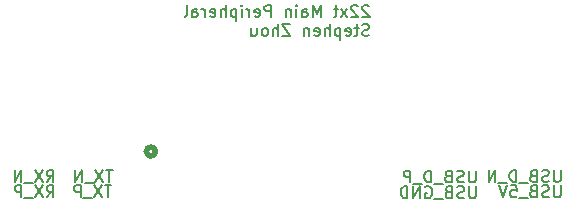
<source format=gbo>
G04 #@! TF.GenerationSoftware,KiCad,Pcbnew,9.0.4*
G04 #@! TF.CreationDate,2025-10-27T14:40:35-04:00*
G04 #@! TF.ProjectId,main_board_peripheral_v1,6d61696e-5f62-46f6-9172-645f70657269,rev?*
G04 #@! TF.SameCoordinates,Original*
G04 #@! TF.FileFunction,Legend,Bot*
G04 #@! TF.FilePolarity,Positive*
%FSLAX46Y46*%
G04 Gerber Fmt 4.6, Leading zero omitted, Abs format (unit mm)*
G04 Created by KiCad (PCBNEW 9.0.4) date 2025-10-27 14:40:35*
%MOMM*%
%LPD*%
G01*
G04 APERTURE LIST*
%ADD10C,0.150000*%
%ADD11C,0.508000*%
%ADD12C,1.397000*%
%ADD13R,1.300000X1.300000*%
%ADD14C,1.300000*%
%ADD15C,1.381000*%
G04 APERTURE END LIST*
D10*
X148488220Y-74444819D02*
X148488220Y-75254342D01*
X148488220Y-75254342D02*
X148440601Y-75349580D01*
X148440601Y-75349580D02*
X148392982Y-75397200D01*
X148392982Y-75397200D02*
X148297744Y-75444819D01*
X148297744Y-75444819D02*
X148107268Y-75444819D01*
X148107268Y-75444819D02*
X148012030Y-75397200D01*
X148012030Y-75397200D02*
X147964411Y-75349580D01*
X147964411Y-75349580D02*
X147916792Y-75254342D01*
X147916792Y-75254342D02*
X147916792Y-74444819D01*
X147488220Y-75397200D02*
X147345363Y-75444819D01*
X147345363Y-75444819D02*
X147107268Y-75444819D01*
X147107268Y-75444819D02*
X147012030Y-75397200D01*
X147012030Y-75397200D02*
X146964411Y-75349580D01*
X146964411Y-75349580D02*
X146916792Y-75254342D01*
X146916792Y-75254342D02*
X146916792Y-75159104D01*
X146916792Y-75159104D02*
X146964411Y-75063866D01*
X146964411Y-75063866D02*
X147012030Y-75016247D01*
X147012030Y-75016247D02*
X147107268Y-74968628D01*
X147107268Y-74968628D02*
X147297744Y-74921009D01*
X147297744Y-74921009D02*
X147392982Y-74873390D01*
X147392982Y-74873390D02*
X147440601Y-74825771D01*
X147440601Y-74825771D02*
X147488220Y-74730533D01*
X147488220Y-74730533D02*
X147488220Y-74635295D01*
X147488220Y-74635295D02*
X147440601Y-74540057D01*
X147440601Y-74540057D02*
X147392982Y-74492438D01*
X147392982Y-74492438D02*
X147297744Y-74444819D01*
X147297744Y-74444819D02*
X147059649Y-74444819D01*
X147059649Y-74444819D02*
X146916792Y-74492438D01*
X146154887Y-74921009D02*
X146012030Y-74968628D01*
X146012030Y-74968628D02*
X145964411Y-75016247D01*
X145964411Y-75016247D02*
X145916792Y-75111485D01*
X145916792Y-75111485D02*
X145916792Y-75254342D01*
X145916792Y-75254342D02*
X145964411Y-75349580D01*
X145964411Y-75349580D02*
X146012030Y-75397200D01*
X146012030Y-75397200D02*
X146107268Y-75444819D01*
X146107268Y-75444819D02*
X146488220Y-75444819D01*
X146488220Y-75444819D02*
X146488220Y-74444819D01*
X146488220Y-74444819D02*
X146154887Y-74444819D01*
X146154887Y-74444819D02*
X146059649Y-74492438D01*
X146059649Y-74492438D02*
X146012030Y-74540057D01*
X146012030Y-74540057D02*
X145964411Y-74635295D01*
X145964411Y-74635295D02*
X145964411Y-74730533D01*
X145964411Y-74730533D02*
X146012030Y-74825771D01*
X146012030Y-74825771D02*
X146059649Y-74873390D01*
X146059649Y-74873390D02*
X146154887Y-74921009D01*
X146154887Y-74921009D02*
X146488220Y-74921009D01*
X145726316Y-75540057D02*
X144964411Y-75540057D01*
X144202506Y-74492438D02*
X144297744Y-74444819D01*
X144297744Y-74444819D02*
X144440601Y-74444819D01*
X144440601Y-74444819D02*
X144583458Y-74492438D01*
X144583458Y-74492438D02*
X144678696Y-74587676D01*
X144678696Y-74587676D02*
X144726315Y-74682914D01*
X144726315Y-74682914D02*
X144773934Y-74873390D01*
X144773934Y-74873390D02*
X144773934Y-75016247D01*
X144773934Y-75016247D02*
X144726315Y-75206723D01*
X144726315Y-75206723D02*
X144678696Y-75301961D01*
X144678696Y-75301961D02*
X144583458Y-75397200D01*
X144583458Y-75397200D02*
X144440601Y-75444819D01*
X144440601Y-75444819D02*
X144345363Y-75444819D01*
X144345363Y-75444819D02*
X144202506Y-75397200D01*
X144202506Y-75397200D02*
X144154887Y-75349580D01*
X144154887Y-75349580D02*
X144154887Y-75016247D01*
X144154887Y-75016247D02*
X144345363Y-75016247D01*
X143726315Y-75444819D02*
X143726315Y-74444819D01*
X143726315Y-74444819D02*
X143154887Y-75444819D01*
X143154887Y-75444819D02*
X143154887Y-74444819D01*
X142678696Y-75444819D02*
X142678696Y-74444819D01*
X142678696Y-74444819D02*
X142440601Y-74444819D01*
X142440601Y-74444819D02*
X142297744Y-74492438D01*
X142297744Y-74492438D02*
X142202506Y-74587676D01*
X142202506Y-74587676D02*
X142154887Y-74682914D01*
X142154887Y-74682914D02*
X142107268Y-74873390D01*
X142107268Y-74873390D02*
X142107268Y-75016247D01*
X142107268Y-75016247D02*
X142154887Y-75206723D01*
X142154887Y-75206723D02*
X142202506Y-75301961D01*
X142202506Y-75301961D02*
X142297744Y-75397200D01*
X142297744Y-75397200D02*
X142440601Y-75444819D01*
X142440601Y-75444819D02*
X142678696Y-75444819D01*
X139435839Y-59205113D02*
X139388220Y-59157494D01*
X139388220Y-59157494D02*
X139292982Y-59109875D01*
X139292982Y-59109875D02*
X139054887Y-59109875D01*
X139054887Y-59109875D02*
X138959649Y-59157494D01*
X138959649Y-59157494D02*
X138912030Y-59205113D01*
X138912030Y-59205113D02*
X138864411Y-59300351D01*
X138864411Y-59300351D02*
X138864411Y-59395589D01*
X138864411Y-59395589D02*
X138912030Y-59538446D01*
X138912030Y-59538446D02*
X139483458Y-60109875D01*
X139483458Y-60109875D02*
X138864411Y-60109875D01*
X138483458Y-59205113D02*
X138435839Y-59157494D01*
X138435839Y-59157494D02*
X138340601Y-59109875D01*
X138340601Y-59109875D02*
X138102506Y-59109875D01*
X138102506Y-59109875D02*
X138007268Y-59157494D01*
X138007268Y-59157494D02*
X137959649Y-59205113D01*
X137959649Y-59205113D02*
X137912030Y-59300351D01*
X137912030Y-59300351D02*
X137912030Y-59395589D01*
X137912030Y-59395589D02*
X137959649Y-59538446D01*
X137959649Y-59538446D02*
X138531077Y-60109875D01*
X138531077Y-60109875D02*
X137912030Y-60109875D01*
X137578696Y-60109875D02*
X137054887Y-59443208D01*
X137578696Y-59443208D02*
X137054887Y-60109875D01*
X136816791Y-59443208D02*
X136435839Y-59443208D01*
X136673934Y-59109875D02*
X136673934Y-59967017D01*
X136673934Y-59967017D02*
X136626315Y-60062256D01*
X136626315Y-60062256D02*
X136531077Y-60109875D01*
X136531077Y-60109875D02*
X136435839Y-60109875D01*
X135340600Y-60109875D02*
X135340600Y-59109875D01*
X135340600Y-59109875D02*
X135007267Y-59824160D01*
X135007267Y-59824160D02*
X134673934Y-59109875D01*
X134673934Y-59109875D02*
X134673934Y-60109875D01*
X133769172Y-60109875D02*
X133769172Y-59586065D01*
X133769172Y-59586065D02*
X133816791Y-59490827D01*
X133816791Y-59490827D02*
X133912029Y-59443208D01*
X133912029Y-59443208D02*
X134102505Y-59443208D01*
X134102505Y-59443208D02*
X134197743Y-59490827D01*
X133769172Y-60062256D02*
X133864410Y-60109875D01*
X133864410Y-60109875D02*
X134102505Y-60109875D01*
X134102505Y-60109875D02*
X134197743Y-60062256D01*
X134197743Y-60062256D02*
X134245362Y-59967017D01*
X134245362Y-59967017D02*
X134245362Y-59871779D01*
X134245362Y-59871779D02*
X134197743Y-59776541D01*
X134197743Y-59776541D02*
X134102505Y-59728922D01*
X134102505Y-59728922D02*
X133864410Y-59728922D01*
X133864410Y-59728922D02*
X133769172Y-59681303D01*
X133292981Y-60109875D02*
X133292981Y-59443208D01*
X133292981Y-59109875D02*
X133340600Y-59157494D01*
X133340600Y-59157494D02*
X133292981Y-59205113D01*
X133292981Y-59205113D02*
X133245362Y-59157494D01*
X133245362Y-59157494D02*
X133292981Y-59109875D01*
X133292981Y-59109875D02*
X133292981Y-59205113D01*
X132816791Y-59443208D02*
X132816791Y-60109875D01*
X132816791Y-59538446D02*
X132769172Y-59490827D01*
X132769172Y-59490827D02*
X132673934Y-59443208D01*
X132673934Y-59443208D02*
X132531077Y-59443208D01*
X132531077Y-59443208D02*
X132435839Y-59490827D01*
X132435839Y-59490827D02*
X132388220Y-59586065D01*
X132388220Y-59586065D02*
X132388220Y-60109875D01*
X131150124Y-60109875D02*
X131150124Y-59109875D01*
X131150124Y-59109875D02*
X130769172Y-59109875D01*
X130769172Y-59109875D02*
X130673934Y-59157494D01*
X130673934Y-59157494D02*
X130626315Y-59205113D01*
X130626315Y-59205113D02*
X130578696Y-59300351D01*
X130578696Y-59300351D02*
X130578696Y-59443208D01*
X130578696Y-59443208D02*
X130626315Y-59538446D01*
X130626315Y-59538446D02*
X130673934Y-59586065D01*
X130673934Y-59586065D02*
X130769172Y-59633684D01*
X130769172Y-59633684D02*
X131150124Y-59633684D01*
X129769172Y-60062256D02*
X129864410Y-60109875D01*
X129864410Y-60109875D02*
X130054886Y-60109875D01*
X130054886Y-60109875D02*
X130150124Y-60062256D01*
X130150124Y-60062256D02*
X130197743Y-59967017D01*
X130197743Y-59967017D02*
X130197743Y-59586065D01*
X130197743Y-59586065D02*
X130150124Y-59490827D01*
X130150124Y-59490827D02*
X130054886Y-59443208D01*
X130054886Y-59443208D02*
X129864410Y-59443208D01*
X129864410Y-59443208D02*
X129769172Y-59490827D01*
X129769172Y-59490827D02*
X129721553Y-59586065D01*
X129721553Y-59586065D02*
X129721553Y-59681303D01*
X129721553Y-59681303D02*
X130197743Y-59776541D01*
X129292981Y-60109875D02*
X129292981Y-59443208D01*
X129292981Y-59633684D02*
X129245362Y-59538446D01*
X129245362Y-59538446D02*
X129197743Y-59490827D01*
X129197743Y-59490827D02*
X129102505Y-59443208D01*
X129102505Y-59443208D02*
X129007267Y-59443208D01*
X128673933Y-60109875D02*
X128673933Y-59443208D01*
X128673933Y-59109875D02*
X128721552Y-59157494D01*
X128721552Y-59157494D02*
X128673933Y-59205113D01*
X128673933Y-59205113D02*
X128626314Y-59157494D01*
X128626314Y-59157494D02*
X128673933Y-59109875D01*
X128673933Y-59109875D02*
X128673933Y-59205113D01*
X128197743Y-59443208D02*
X128197743Y-60443208D01*
X128197743Y-59490827D02*
X128102505Y-59443208D01*
X128102505Y-59443208D02*
X127912029Y-59443208D01*
X127912029Y-59443208D02*
X127816791Y-59490827D01*
X127816791Y-59490827D02*
X127769172Y-59538446D01*
X127769172Y-59538446D02*
X127721553Y-59633684D01*
X127721553Y-59633684D02*
X127721553Y-59919398D01*
X127721553Y-59919398D02*
X127769172Y-60014636D01*
X127769172Y-60014636D02*
X127816791Y-60062256D01*
X127816791Y-60062256D02*
X127912029Y-60109875D01*
X127912029Y-60109875D02*
X128102505Y-60109875D01*
X128102505Y-60109875D02*
X128197743Y-60062256D01*
X127292981Y-60109875D02*
X127292981Y-59109875D01*
X126864410Y-60109875D02*
X126864410Y-59586065D01*
X126864410Y-59586065D02*
X126912029Y-59490827D01*
X126912029Y-59490827D02*
X127007267Y-59443208D01*
X127007267Y-59443208D02*
X127150124Y-59443208D01*
X127150124Y-59443208D02*
X127245362Y-59490827D01*
X127245362Y-59490827D02*
X127292981Y-59538446D01*
X126007267Y-60062256D02*
X126102505Y-60109875D01*
X126102505Y-60109875D02*
X126292981Y-60109875D01*
X126292981Y-60109875D02*
X126388219Y-60062256D01*
X126388219Y-60062256D02*
X126435838Y-59967017D01*
X126435838Y-59967017D02*
X126435838Y-59586065D01*
X126435838Y-59586065D02*
X126388219Y-59490827D01*
X126388219Y-59490827D02*
X126292981Y-59443208D01*
X126292981Y-59443208D02*
X126102505Y-59443208D01*
X126102505Y-59443208D02*
X126007267Y-59490827D01*
X126007267Y-59490827D02*
X125959648Y-59586065D01*
X125959648Y-59586065D02*
X125959648Y-59681303D01*
X125959648Y-59681303D02*
X126435838Y-59776541D01*
X125531076Y-60109875D02*
X125531076Y-59443208D01*
X125531076Y-59633684D02*
X125483457Y-59538446D01*
X125483457Y-59538446D02*
X125435838Y-59490827D01*
X125435838Y-59490827D02*
X125340600Y-59443208D01*
X125340600Y-59443208D02*
X125245362Y-59443208D01*
X124483457Y-60109875D02*
X124483457Y-59586065D01*
X124483457Y-59586065D02*
X124531076Y-59490827D01*
X124531076Y-59490827D02*
X124626314Y-59443208D01*
X124626314Y-59443208D02*
X124816790Y-59443208D01*
X124816790Y-59443208D02*
X124912028Y-59490827D01*
X124483457Y-60062256D02*
X124578695Y-60109875D01*
X124578695Y-60109875D02*
X124816790Y-60109875D01*
X124816790Y-60109875D02*
X124912028Y-60062256D01*
X124912028Y-60062256D02*
X124959647Y-59967017D01*
X124959647Y-59967017D02*
X124959647Y-59871779D01*
X124959647Y-59871779D02*
X124912028Y-59776541D01*
X124912028Y-59776541D02*
X124816790Y-59728922D01*
X124816790Y-59728922D02*
X124578695Y-59728922D01*
X124578695Y-59728922D02*
X124483457Y-59681303D01*
X123864409Y-60109875D02*
X123959647Y-60062256D01*
X123959647Y-60062256D02*
X124007266Y-59967017D01*
X124007266Y-59967017D02*
X124007266Y-59109875D01*
X139435839Y-61672200D02*
X139292982Y-61719819D01*
X139292982Y-61719819D02*
X139054887Y-61719819D01*
X139054887Y-61719819D02*
X138959649Y-61672200D01*
X138959649Y-61672200D02*
X138912030Y-61624580D01*
X138912030Y-61624580D02*
X138864411Y-61529342D01*
X138864411Y-61529342D02*
X138864411Y-61434104D01*
X138864411Y-61434104D02*
X138912030Y-61338866D01*
X138912030Y-61338866D02*
X138959649Y-61291247D01*
X138959649Y-61291247D02*
X139054887Y-61243628D01*
X139054887Y-61243628D02*
X139245363Y-61196009D01*
X139245363Y-61196009D02*
X139340601Y-61148390D01*
X139340601Y-61148390D02*
X139388220Y-61100771D01*
X139388220Y-61100771D02*
X139435839Y-61005533D01*
X139435839Y-61005533D02*
X139435839Y-60910295D01*
X139435839Y-60910295D02*
X139388220Y-60815057D01*
X139388220Y-60815057D02*
X139340601Y-60767438D01*
X139340601Y-60767438D02*
X139245363Y-60719819D01*
X139245363Y-60719819D02*
X139007268Y-60719819D01*
X139007268Y-60719819D02*
X138864411Y-60767438D01*
X138578696Y-61053152D02*
X138197744Y-61053152D01*
X138435839Y-60719819D02*
X138435839Y-61576961D01*
X138435839Y-61576961D02*
X138388220Y-61672200D01*
X138388220Y-61672200D02*
X138292982Y-61719819D01*
X138292982Y-61719819D02*
X138197744Y-61719819D01*
X137483458Y-61672200D02*
X137578696Y-61719819D01*
X137578696Y-61719819D02*
X137769172Y-61719819D01*
X137769172Y-61719819D02*
X137864410Y-61672200D01*
X137864410Y-61672200D02*
X137912029Y-61576961D01*
X137912029Y-61576961D02*
X137912029Y-61196009D01*
X137912029Y-61196009D02*
X137864410Y-61100771D01*
X137864410Y-61100771D02*
X137769172Y-61053152D01*
X137769172Y-61053152D02*
X137578696Y-61053152D01*
X137578696Y-61053152D02*
X137483458Y-61100771D01*
X137483458Y-61100771D02*
X137435839Y-61196009D01*
X137435839Y-61196009D02*
X137435839Y-61291247D01*
X137435839Y-61291247D02*
X137912029Y-61386485D01*
X137007267Y-61053152D02*
X137007267Y-62053152D01*
X137007267Y-61100771D02*
X136912029Y-61053152D01*
X136912029Y-61053152D02*
X136721553Y-61053152D01*
X136721553Y-61053152D02*
X136626315Y-61100771D01*
X136626315Y-61100771D02*
X136578696Y-61148390D01*
X136578696Y-61148390D02*
X136531077Y-61243628D01*
X136531077Y-61243628D02*
X136531077Y-61529342D01*
X136531077Y-61529342D02*
X136578696Y-61624580D01*
X136578696Y-61624580D02*
X136626315Y-61672200D01*
X136626315Y-61672200D02*
X136721553Y-61719819D01*
X136721553Y-61719819D02*
X136912029Y-61719819D01*
X136912029Y-61719819D02*
X137007267Y-61672200D01*
X136102505Y-61719819D02*
X136102505Y-60719819D01*
X135673934Y-61719819D02*
X135673934Y-61196009D01*
X135673934Y-61196009D02*
X135721553Y-61100771D01*
X135721553Y-61100771D02*
X135816791Y-61053152D01*
X135816791Y-61053152D02*
X135959648Y-61053152D01*
X135959648Y-61053152D02*
X136054886Y-61100771D01*
X136054886Y-61100771D02*
X136102505Y-61148390D01*
X134816791Y-61672200D02*
X134912029Y-61719819D01*
X134912029Y-61719819D02*
X135102505Y-61719819D01*
X135102505Y-61719819D02*
X135197743Y-61672200D01*
X135197743Y-61672200D02*
X135245362Y-61576961D01*
X135245362Y-61576961D02*
X135245362Y-61196009D01*
X135245362Y-61196009D02*
X135197743Y-61100771D01*
X135197743Y-61100771D02*
X135102505Y-61053152D01*
X135102505Y-61053152D02*
X134912029Y-61053152D01*
X134912029Y-61053152D02*
X134816791Y-61100771D01*
X134816791Y-61100771D02*
X134769172Y-61196009D01*
X134769172Y-61196009D02*
X134769172Y-61291247D01*
X134769172Y-61291247D02*
X135245362Y-61386485D01*
X134340600Y-61053152D02*
X134340600Y-61719819D01*
X134340600Y-61148390D02*
X134292981Y-61100771D01*
X134292981Y-61100771D02*
X134197743Y-61053152D01*
X134197743Y-61053152D02*
X134054886Y-61053152D01*
X134054886Y-61053152D02*
X133959648Y-61100771D01*
X133959648Y-61100771D02*
X133912029Y-61196009D01*
X133912029Y-61196009D02*
X133912029Y-61719819D01*
X132769171Y-60719819D02*
X132102505Y-60719819D01*
X132102505Y-60719819D02*
X132769171Y-61719819D01*
X132769171Y-61719819D02*
X132102505Y-61719819D01*
X131721552Y-61719819D02*
X131721552Y-60719819D01*
X131292981Y-61719819D02*
X131292981Y-61196009D01*
X131292981Y-61196009D02*
X131340600Y-61100771D01*
X131340600Y-61100771D02*
X131435838Y-61053152D01*
X131435838Y-61053152D02*
X131578695Y-61053152D01*
X131578695Y-61053152D02*
X131673933Y-61100771D01*
X131673933Y-61100771D02*
X131721552Y-61148390D01*
X130673933Y-61719819D02*
X130769171Y-61672200D01*
X130769171Y-61672200D02*
X130816790Y-61624580D01*
X130816790Y-61624580D02*
X130864409Y-61529342D01*
X130864409Y-61529342D02*
X130864409Y-61243628D01*
X130864409Y-61243628D02*
X130816790Y-61148390D01*
X130816790Y-61148390D02*
X130769171Y-61100771D01*
X130769171Y-61100771D02*
X130673933Y-61053152D01*
X130673933Y-61053152D02*
X130531076Y-61053152D01*
X130531076Y-61053152D02*
X130435838Y-61100771D01*
X130435838Y-61100771D02*
X130388219Y-61148390D01*
X130388219Y-61148390D02*
X130340600Y-61243628D01*
X130340600Y-61243628D02*
X130340600Y-61529342D01*
X130340600Y-61529342D02*
X130388219Y-61624580D01*
X130388219Y-61624580D02*
X130435838Y-61672200D01*
X130435838Y-61672200D02*
X130531076Y-61719819D01*
X130531076Y-61719819D02*
X130673933Y-61719819D01*
X129483457Y-61053152D02*
X129483457Y-61719819D01*
X129912028Y-61053152D02*
X129912028Y-61576961D01*
X129912028Y-61576961D02*
X129864409Y-61672200D01*
X129864409Y-61672200D02*
X129769171Y-61719819D01*
X129769171Y-61719819D02*
X129626314Y-61719819D01*
X129626314Y-61719819D02*
X129531076Y-61672200D01*
X129531076Y-61672200D02*
X129483457Y-61624580D01*
X112141792Y-74069819D02*
X112475125Y-73593628D01*
X112713220Y-74069819D02*
X112713220Y-73069819D01*
X112713220Y-73069819D02*
X112332268Y-73069819D01*
X112332268Y-73069819D02*
X112237030Y-73117438D01*
X112237030Y-73117438D02*
X112189411Y-73165057D01*
X112189411Y-73165057D02*
X112141792Y-73260295D01*
X112141792Y-73260295D02*
X112141792Y-73403152D01*
X112141792Y-73403152D02*
X112189411Y-73498390D01*
X112189411Y-73498390D02*
X112237030Y-73546009D01*
X112237030Y-73546009D02*
X112332268Y-73593628D01*
X112332268Y-73593628D02*
X112713220Y-73593628D01*
X111808458Y-73069819D02*
X111141792Y-74069819D01*
X111141792Y-73069819D02*
X111808458Y-74069819D01*
X110998935Y-74165057D02*
X110237030Y-74165057D01*
X109998934Y-74069819D02*
X109998934Y-73069819D01*
X109998934Y-73069819D02*
X109427506Y-74069819D01*
X109427506Y-74069819D02*
X109427506Y-73069819D01*
X155663220Y-74369819D02*
X155663220Y-75179342D01*
X155663220Y-75179342D02*
X155615601Y-75274580D01*
X155615601Y-75274580D02*
X155567982Y-75322200D01*
X155567982Y-75322200D02*
X155472744Y-75369819D01*
X155472744Y-75369819D02*
X155282268Y-75369819D01*
X155282268Y-75369819D02*
X155187030Y-75322200D01*
X155187030Y-75322200D02*
X155139411Y-75274580D01*
X155139411Y-75274580D02*
X155091792Y-75179342D01*
X155091792Y-75179342D02*
X155091792Y-74369819D01*
X154663220Y-75322200D02*
X154520363Y-75369819D01*
X154520363Y-75369819D02*
X154282268Y-75369819D01*
X154282268Y-75369819D02*
X154187030Y-75322200D01*
X154187030Y-75322200D02*
X154139411Y-75274580D01*
X154139411Y-75274580D02*
X154091792Y-75179342D01*
X154091792Y-75179342D02*
X154091792Y-75084104D01*
X154091792Y-75084104D02*
X154139411Y-74988866D01*
X154139411Y-74988866D02*
X154187030Y-74941247D01*
X154187030Y-74941247D02*
X154282268Y-74893628D01*
X154282268Y-74893628D02*
X154472744Y-74846009D01*
X154472744Y-74846009D02*
X154567982Y-74798390D01*
X154567982Y-74798390D02*
X154615601Y-74750771D01*
X154615601Y-74750771D02*
X154663220Y-74655533D01*
X154663220Y-74655533D02*
X154663220Y-74560295D01*
X154663220Y-74560295D02*
X154615601Y-74465057D01*
X154615601Y-74465057D02*
X154567982Y-74417438D01*
X154567982Y-74417438D02*
X154472744Y-74369819D01*
X154472744Y-74369819D02*
X154234649Y-74369819D01*
X154234649Y-74369819D02*
X154091792Y-74417438D01*
X153329887Y-74846009D02*
X153187030Y-74893628D01*
X153187030Y-74893628D02*
X153139411Y-74941247D01*
X153139411Y-74941247D02*
X153091792Y-75036485D01*
X153091792Y-75036485D02*
X153091792Y-75179342D01*
X153091792Y-75179342D02*
X153139411Y-75274580D01*
X153139411Y-75274580D02*
X153187030Y-75322200D01*
X153187030Y-75322200D02*
X153282268Y-75369819D01*
X153282268Y-75369819D02*
X153663220Y-75369819D01*
X153663220Y-75369819D02*
X153663220Y-74369819D01*
X153663220Y-74369819D02*
X153329887Y-74369819D01*
X153329887Y-74369819D02*
X153234649Y-74417438D01*
X153234649Y-74417438D02*
X153187030Y-74465057D01*
X153187030Y-74465057D02*
X153139411Y-74560295D01*
X153139411Y-74560295D02*
X153139411Y-74655533D01*
X153139411Y-74655533D02*
X153187030Y-74750771D01*
X153187030Y-74750771D02*
X153234649Y-74798390D01*
X153234649Y-74798390D02*
X153329887Y-74846009D01*
X153329887Y-74846009D02*
X153663220Y-74846009D01*
X152901316Y-75465057D02*
X152139411Y-75465057D01*
X151425125Y-74369819D02*
X151901315Y-74369819D01*
X151901315Y-74369819D02*
X151948934Y-74846009D01*
X151948934Y-74846009D02*
X151901315Y-74798390D01*
X151901315Y-74798390D02*
X151806077Y-74750771D01*
X151806077Y-74750771D02*
X151567982Y-74750771D01*
X151567982Y-74750771D02*
X151472744Y-74798390D01*
X151472744Y-74798390D02*
X151425125Y-74846009D01*
X151425125Y-74846009D02*
X151377506Y-74941247D01*
X151377506Y-74941247D02*
X151377506Y-75179342D01*
X151377506Y-75179342D02*
X151425125Y-75274580D01*
X151425125Y-75274580D02*
X151472744Y-75322200D01*
X151472744Y-75322200D02*
X151567982Y-75369819D01*
X151567982Y-75369819D02*
X151806077Y-75369819D01*
X151806077Y-75369819D02*
X151901315Y-75322200D01*
X151901315Y-75322200D02*
X151948934Y-75274580D01*
X151091791Y-74369819D02*
X150758458Y-75369819D01*
X150758458Y-75369819D02*
X150425125Y-74369819D01*
X155663220Y-73069819D02*
X155663220Y-73879342D01*
X155663220Y-73879342D02*
X155615601Y-73974580D01*
X155615601Y-73974580D02*
X155567982Y-74022200D01*
X155567982Y-74022200D02*
X155472744Y-74069819D01*
X155472744Y-74069819D02*
X155282268Y-74069819D01*
X155282268Y-74069819D02*
X155187030Y-74022200D01*
X155187030Y-74022200D02*
X155139411Y-73974580D01*
X155139411Y-73974580D02*
X155091792Y-73879342D01*
X155091792Y-73879342D02*
X155091792Y-73069819D01*
X154663220Y-74022200D02*
X154520363Y-74069819D01*
X154520363Y-74069819D02*
X154282268Y-74069819D01*
X154282268Y-74069819D02*
X154187030Y-74022200D01*
X154187030Y-74022200D02*
X154139411Y-73974580D01*
X154139411Y-73974580D02*
X154091792Y-73879342D01*
X154091792Y-73879342D02*
X154091792Y-73784104D01*
X154091792Y-73784104D02*
X154139411Y-73688866D01*
X154139411Y-73688866D02*
X154187030Y-73641247D01*
X154187030Y-73641247D02*
X154282268Y-73593628D01*
X154282268Y-73593628D02*
X154472744Y-73546009D01*
X154472744Y-73546009D02*
X154567982Y-73498390D01*
X154567982Y-73498390D02*
X154615601Y-73450771D01*
X154615601Y-73450771D02*
X154663220Y-73355533D01*
X154663220Y-73355533D02*
X154663220Y-73260295D01*
X154663220Y-73260295D02*
X154615601Y-73165057D01*
X154615601Y-73165057D02*
X154567982Y-73117438D01*
X154567982Y-73117438D02*
X154472744Y-73069819D01*
X154472744Y-73069819D02*
X154234649Y-73069819D01*
X154234649Y-73069819D02*
X154091792Y-73117438D01*
X153329887Y-73546009D02*
X153187030Y-73593628D01*
X153187030Y-73593628D02*
X153139411Y-73641247D01*
X153139411Y-73641247D02*
X153091792Y-73736485D01*
X153091792Y-73736485D02*
X153091792Y-73879342D01*
X153091792Y-73879342D02*
X153139411Y-73974580D01*
X153139411Y-73974580D02*
X153187030Y-74022200D01*
X153187030Y-74022200D02*
X153282268Y-74069819D01*
X153282268Y-74069819D02*
X153663220Y-74069819D01*
X153663220Y-74069819D02*
X153663220Y-73069819D01*
X153663220Y-73069819D02*
X153329887Y-73069819D01*
X153329887Y-73069819D02*
X153234649Y-73117438D01*
X153234649Y-73117438D02*
X153187030Y-73165057D01*
X153187030Y-73165057D02*
X153139411Y-73260295D01*
X153139411Y-73260295D02*
X153139411Y-73355533D01*
X153139411Y-73355533D02*
X153187030Y-73450771D01*
X153187030Y-73450771D02*
X153234649Y-73498390D01*
X153234649Y-73498390D02*
X153329887Y-73546009D01*
X153329887Y-73546009D02*
X153663220Y-73546009D01*
X152901316Y-74165057D02*
X152139411Y-74165057D01*
X151901315Y-74069819D02*
X151901315Y-73069819D01*
X151901315Y-73069819D02*
X151663220Y-73069819D01*
X151663220Y-73069819D02*
X151520363Y-73117438D01*
X151520363Y-73117438D02*
X151425125Y-73212676D01*
X151425125Y-73212676D02*
X151377506Y-73307914D01*
X151377506Y-73307914D02*
X151329887Y-73498390D01*
X151329887Y-73498390D02*
X151329887Y-73641247D01*
X151329887Y-73641247D02*
X151377506Y-73831723D01*
X151377506Y-73831723D02*
X151425125Y-73926961D01*
X151425125Y-73926961D02*
X151520363Y-74022200D01*
X151520363Y-74022200D02*
X151663220Y-74069819D01*
X151663220Y-74069819D02*
X151901315Y-74069819D01*
X151139411Y-74165057D02*
X150377506Y-74165057D01*
X150139410Y-74069819D02*
X150139410Y-73069819D01*
X150139410Y-73069819D02*
X149567982Y-74069819D01*
X149567982Y-74069819D02*
X149567982Y-73069819D01*
X117631077Y-74369819D02*
X117059649Y-74369819D01*
X117345363Y-75369819D02*
X117345363Y-74369819D01*
X116821553Y-74369819D02*
X116154887Y-75369819D01*
X116154887Y-74369819D02*
X116821553Y-75369819D01*
X116012030Y-75465057D02*
X115250125Y-75465057D01*
X115012029Y-75369819D02*
X115012029Y-74369819D01*
X115012029Y-74369819D02*
X114631077Y-74369819D01*
X114631077Y-74369819D02*
X114535839Y-74417438D01*
X114535839Y-74417438D02*
X114488220Y-74465057D01*
X114488220Y-74465057D02*
X114440601Y-74560295D01*
X114440601Y-74560295D02*
X114440601Y-74703152D01*
X114440601Y-74703152D02*
X114488220Y-74798390D01*
X114488220Y-74798390D02*
X114535839Y-74846009D01*
X114535839Y-74846009D02*
X114631077Y-74893628D01*
X114631077Y-74893628D02*
X115012029Y-74893628D01*
X112141792Y-75369819D02*
X112475125Y-74893628D01*
X112713220Y-75369819D02*
X112713220Y-74369819D01*
X112713220Y-74369819D02*
X112332268Y-74369819D01*
X112332268Y-74369819D02*
X112237030Y-74417438D01*
X112237030Y-74417438D02*
X112189411Y-74465057D01*
X112189411Y-74465057D02*
X112141792Y-74560295D01*
X112141792Y-74560295D02*
X112141792Y-74703152D01*
X112141792Y-74703152D02*
X112189411Y-74798390D01*
X112189411Y-74798390D02*
X112237030Y-74846009D01*
X112237030Y-74846009D02*
X112332268Y-74893628D01*
X112332268Y-74893628D02*
X112713220Y-74893628D01*
X111808458Y-74369819D02*
X111141792Y-75369819D01*
X111141792Y-74369819D02*
X111808458Y-75369819D01*
X110998935Y-75465057D02*
X110237030Y-75465057D01*
X109998934Y-75369819D02*
X109998934Y-74369819D01*
X109998934Y-74369819D02*
X109617982Y-74369819D01*
X109617982Y-74369819D02*
X109522744Y-74417438D01*
X109522744Y-74417438D02*
X109475125Y-74465057D01*
X109475125Y-74465057D02*
X109427506Y-74560295D01*
X109427506Y-74560295D02*
X109427506Y-74703152D01*
X109427506Y-74703152D02*
X109475125Y-74798390D01*
X109475125Y-74798390D02*
X109522744Y-74846009D01*
X109522744Y-74846009D02*
X109617982Y-74893628D01*
X109617982Y-74893628D02*
X109998934Y-74893628D01*
X148463220Y-73119819D02*
X148463220Y-73929342D01*
X148463220Y-73929342D02*
X148415601Y-74024580D01*
X148415601Y-74024580D02*
X148367982Y-74072200D01*
X148367982Y-74072200D02*
X148272744Y-74119819D01*
X148272744Y-74119819D02*
X148082268Y-74119819D01*
X148082268Y-74119819D02*
X147987030Y-74072200D01*
X147987030Y-74072200D02*
X147939411Y-74024580D01*
X147939411Y-74024580D02*
X147891792Y-73929342D01*
X147891792Y-73929342D02*
X147891792Y-73119819D01*
X147463220Y-74072200D02*
X147320363Y-74119819D01*
X147320363Y-74119819D02*
X147082268Y-74119819D01*
X147082268Y-74119819D02*
X146987030Y-74072200D01*
X146987030Y-74072200D02*
X146939411Y-74024580D01*
X146939411Y-74024580D02*
X146891792Y-73929342D01*
X146891792Y-73929342D02*
X146891792Y-73834104D01*
X146891792Y-73834104D02*
X146939411Y-73738866D01*
X146939411Y-73738866D02*
X146987030Y-73691247D01*
X146987030Y-73691247D02*
X147082268Y-73643628D01*
X147082268Y-73643628D02*
X147272744Y-73596009D01*
X147272744Y-73596009D02*
X147367982Y-73548390D01*
X147367982Y-73548390D02*
X147415601Y-73500771D01*
X147415601Y-73500771D02*
X147463220Y-73405533D01*
X147463220Y-73405533D02*
X147463220Y-73310295D01*
X147463220Y-73310295D02*
X147415601Y-73215057D01*
X147415601Y-73215057D02*
X147367982Y-73167438D01*
X147367982Y-73167438D02*
X147272744Y-73119819D01*
X147272744Y-73119819D02*
X147034649Y-73119819D01*
X147034649Y-73119819D02*
X146891792Y-73167438D01*
X146129887Y-73596009D02*
X145987030Y-73643628D01*
X145987030Y-73643628D02*
X145939411Y-73691247D01*
X145939411Y-73691247D02*
X145891792Y-73786485D01*
X145891792Y-73786485D02*
X145891792Y-73929342D01*
X145891792Y-73929342D02*
X145939411Y-74024580D01*
X145939411Y-74024580D02*
X145987030Y-74072200D01*
X145987030Y-74072200D02*
X146082268Y-74119819D01*
X146082268Y-74119819D02*
X146463220Y-74119819D01*
X146463220Y-74119819D02*
X146463220Y-73119819D01*
X146463220Y-73119819D02*
X146129887Y-73119819D01*
X146129887Y-73119819D02*
X146034649Y-73167438D01*
X146034649Y-73167438D02*
X145987030Y-73215057D01*
X145987030Y-73215057D02*
X145939411Y-73310295D01*
X145939411Y-73310295D02*
X145939411Y-73405533D01*
X145939411Y-73405533D02*
X145987030Y-73500771D01*
X145987030Y-73500771D02*
X146034649Y-73548390D01*
X146034649Y-73548390D02*
X146129887Y-73596009D01*
X146129887Y-73596009D02*
X146463220Y-73596009D01*
X145701316Y-74215057D02*
X144939411Y-74215057D01*
X144701315Y-74119819D02*
X144701315Y-73119819D01*
X144701315Y-73119819D02*
X144463220Y-73119819D01*
X144463220Y-73119819D02*
X144320363Y-73167438D01*
X144320363Y-73167438D02*
X144225125Y-73262676D01*
X144225125Y-73262676D02*
X144177506Y-73357914D01*
X144177506Y-73357914D02*
X144129887Y-73548390D01*
X144129887Y-73548390D02*
X144129887Y-73691247D01*
X144129887Y-73691247D02*
X144177506Y-73881723D01*
X144177506Y-73881723D02*
X144225125Y-73976961D01*
X144225125Y-73976961D02*
X144320363Y-74072200D01*
X144320363Y-74072200D02*
X144463220Y-74119819D01*
X144463220Y-74119819D02*
X144701315Y-74119819D01*
X143939411Y-74215057D02*
X143177506Y-74215057D01*
X142939410Y-74119819D02*
X142939410Y-73119819D01*
X142939410Y-73119819D02*
X142558458Y-73119819D01*
X142558458Y-73119819D02*
X142463220Y-73167438D01*
X142463220Y-73167438D02*
X142415601Y-73215057D01*
X142415601Y-73215057D02*
X142367982Y-73310295D01*
X142367982Y-73310295D02*
X142367982Y-73453152D01*
X142367982Y-73453152D02*
X142415601Y-73548390D01*
X142415601Y-73548390D02*
X142463220Y-73596009D01*
X142463220Y-73596009D02*
X142558458Y-73643628D01*
X142558458Y-73643628D02*
X142939410Y-73643628D01*
X117731077Y-73094819D02*
X117159649Y-73094819D01*
X117445363Y-74094819D02*
X117445363Y-73094819D01*
X116921553Y-73094819D02*
X116254887Y-74094819D01*
X116254887Y-73094819D02*
X116921553Y-74094819D01*
X116112030Y-74190057D02*
X115350125Y-74190057D01*
X115112029Y-74094819D02*
X115112029Y-73094819D01*
X115112029Y-73094819D02*
X114540601Y-74094819D01*
X114540601Y-74094819D02*
X114540601Y-73094819D01*
D11*
X121346100Y-71500000D02*
G75*
G02*
X120584100Y-71500000I-381000J0D01*
G01*
X120584100Y-71500000D02*
G75*
G02*
X121346100Y-71500000I381000J0D01*
G01*
%LPC*%
D12*
X125880000Y-71500000D03*
X127150000Y-68960000D03*
X128420000Y-71500000D03*
X129690000Y-68960000D03*
X130960000Y-71500000D03*
X132230000Y-68960000D03*
X133500000Y-71500000D03*
X134770000Y-68960000D03*
X136040000Y-71500000D03*
X137310000Y-68960000D03*
D13*
X150500000Y-67500000D03*
D14*
X149875000Y-65550000D03*
X147100000Y-67500000D03*
X147725000Y-65550000D03*
D15*
X112100000Y-67500000D03*
X112725000Y-65550000D03*
X115500000Y-67500000D03*
X114875000Y-65550000D03*
%LPD*%
M02*

</source>
